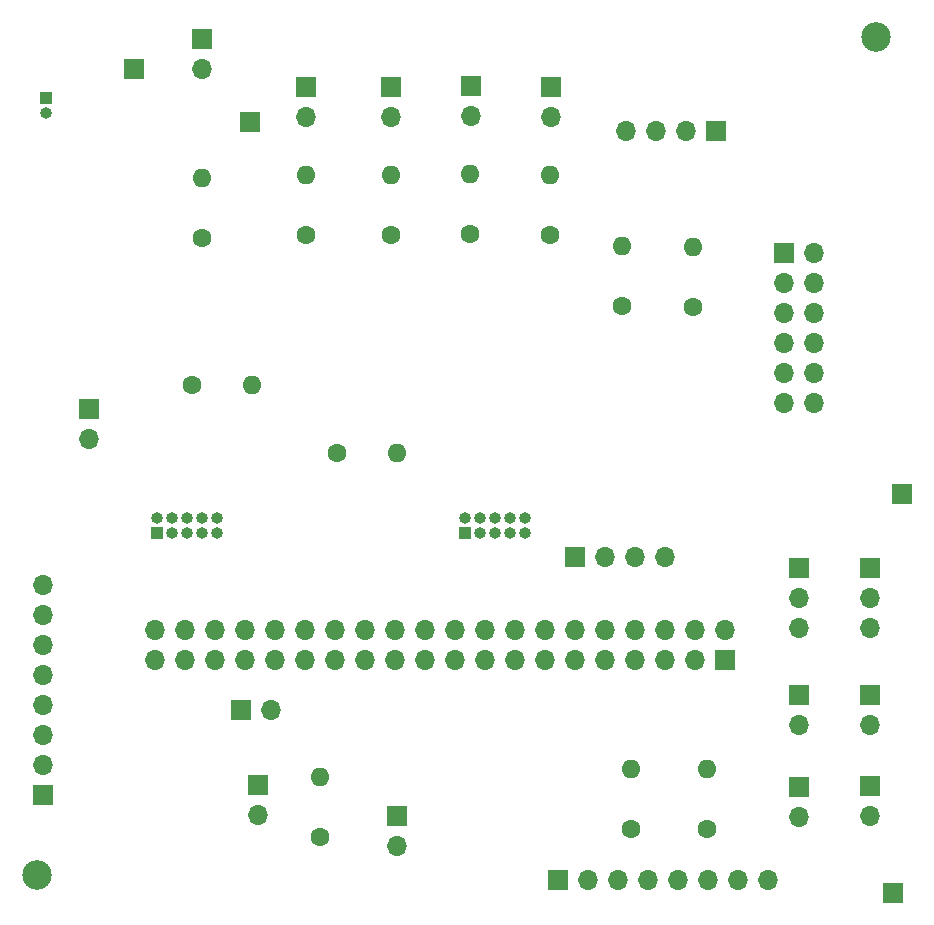
<source format=gbr>
%TF.GenerationSoftware,KiCad,Pcbnew,8.0.8*%
%TF.CreationDate,2025-03-27T14:30:52-04:00*%
%TF.ProjectId,GRIT_main_pcb,47524954-5f6d-4616-996e-5f7063622e6b,rev?*%
%TF.SameCoordinates,Original*%
%TF.FileFunction,Soldermask,Top*%
%TF.FilePolarity,Negative*%
%FSLAX46Y46*%
G04 Gerber Fmt 4.6, Leading zero omitted, Abs format (unit mm)*
G04 Created by KiCad (PCBNEW 8.0.8) date 2025-03-27 14:30:52*
%MOMM*%
%LPD*%
G01*
G04 APERTURE LIST*
%ADD10C,2.500000*%
%ADD11R,1.700000X1.700000*%
%ADD12O,1.600000X1.600000*%
%ADD13C,1.600000*%
%ADD14O,1.700000X1.700000*%
%ADD15O,1.000000X1.000000*%
%ADD16R,1.000000X1.000000*%
G04 APERTURE END LIST*
D10*
%TO.C,REF\u002A\u002A*%
X16500000Y-87500000D03*
%TD*%
%TO.C,REF\u002A\u002A*%
X87500000Y-16500000D03*
%TD*%
D11*
%TO.C,LED-*%
X89000000Y-89000000D03*
%TD*%
%TO.C,LED+*%
X89750000Y-55250000D03*
%TD*%
D12*
%TO.C,10k*%
X40500000Y-79170000D03*
D13*
X40500000Y-84250000D03*
%TD*%
D11*
%TO.C,LCD*%
X74000000Y-24500000D03*
D14*
X71460000Y-24500000D03*
X68920000Y-24500000D03*
X66380000Y-24500000D03*
%TD*%
D15*
%TO.C,EncR*%
X57790000Y-57230000D03*
X57790000Y-58500000D03*
X56520000Y-57230000D03*
X56520000Y-58500000D03*
X55250000Y-57230000D03*
X55250000Y-58500000D03*
X53980000Y-57230000D03*
X53980000Y-58500000D03*
X52710000Y-57230000D03*
D16*
X52710000Y-58500000D03*
%TD*%
D11*
%TO.C,MOS1*%
X81000000Y-61500000D03*
D14*
X81000000Y-64040000D03*
X81000000Y-66580000D03*
%TD*%
D11*
%TO.C,LED4*%
X81000000Y-80025000D03*
D14*
X81000000Y-82565000D03*
%TD*%
D11*
%TO.C,LED3*%
X81000000Y-72250000D03*
D14*
X81000000Y-74790000D03*
%TD*%
D11*
%TO.C,LED1*%
X87000000Y-79950000D03*
D14*
X87000000Y-82490000D03*
%TD*%
D11*
%TO.C,LED1*%
X87000000Y-72225000D03*
D14*
X87000000Y-74765000D03*
%TD*%
D11*
%TO.C,Rel2*%
X34500000Y-23725000D03*
%TD*%
D14*
%TO.C,EStop*%
X30500000Y-19240000D03*
D11*
X30500000Y-16700000D03*
%TD*%
D13*
%TO.C,10k*%
X30450000Y-33515000D03*
D12*
X30450000Y-28435000D03*
%TD*%
D11*
%TO.C,Rel1*%
X24750000Y-19225000D03*
%TD*%
D13*
%TO.C,10k*%
X39250000Y-33305000D03*
D12*
X39250000Y-28225000D03*
%TD*%
D14*
%TO.C,On*%
X39300000Y-23305000D03*
D11*
X39300000Y-20765000D03*
%TD*%
D14*
%TO.C,Limit Switch*%
X35250000Y-82435000D03*
D11*
X35250000Y-79895000D03*
%TD*%
D13*
%TO.C,10k*%
X46450000Y-33290000D03*
D12*
X46450000Y-28210000D03*
%TD*%
%TO.C,10k*%
X53200000Y-28170000D03*
D13*
X53200000Y-33250000D03*
%TD*%
%TO.C,10k*%
X59950000Y-33290000D03*
D12*
X59950000Y-28210000D03*
%TD*%
D11*
%TO.C,PB 3*%
X60000000Y-20750000D03*
D14*
X60000000Y-23290000D03*
%TD*%
D11*
%TO.C,PB 2*%
X53250000Y-20710000D03*
D14*
X53250000Y-23250000D03*
%TD*%
%TO.C,PB 1*%
X46500000Y-23290000D03*
D11*
X46500000Y-20750000D03*
%TD*%
D13*
%TO.C,4.7k*%
X66750000Y-83580000D03*
D12*
X66750000Y-78500000D03*
%TD*%
D14*
%TO.C,Raspberry Pi*%
X26520000Y-66750000D03*
X26520000Y-69290000D03*
X29060000Y-66750000D03*
X29060000Y-69290000D03*
X31600000Y-66750000D03*
X31600000Y-69290000D03*
X34140000Y-66750000D03*
X34140000Y-69290000D03*
X36680000Y-66750000D03*
X36680000Y-69290000D03*
X39220000Y-66750000D03*
X39220000Y-69290000D03*
X41760000Y-66750000D03*
X41760000Y-69290000D03*
X44300000Y-66750000D03*
X44300000Y-69290000D03*
X46840000Y-66750000D03*
X46840000Y-69290000D03*
X49380000Y-66750000D03*
X49380000Y-69290000D03*
X51920000Y-66750000D03*
X51920000Y-69290000D03*
X54460000Y-66750000D03*
X54460000Y-69290000D03*
X57000000Y-66750000D03*
X57000000Y-69290000D03*
X59540000Y-66750000D03*
X59540000Y-69290000D03*
X62080000Y-66750000D03*
X62080000Y-69290000D03*
X64620000Y-66750000D03*
X64620000Y-69290000D03*
X67160000Y-66750000D03*
X67160000Y-69290000D03*
X69700000Y-66750000D03*
X69700000Y-69290000D03*
X72240000Y-66750000D03*
X72240000Y-69290000D03*
X74780000Y-66750000D03*
D11*
X74780000Y-69290000D03*
%TD*%
D13*
%TO.C,4.7k*%
X41920000Y-51750000D03*
D12*
X47000000Y-51750000D03*
%TD*%
D11*
%TO.C,PowMOS2*%
X47000000Y-82500000D03*
D14*
X47000000Y-85040000D03*
%TD*%
%TO.C,Dual Motor Driver*%
X82250000Y-47540000D03*
X79710000Y-47540000D03*
X82250000Y-45000000D03*
X79710000Y-45000000D03*
X82250000Y-42460000D03*
X79710000Y-42460000D03*
X82250000Y-39920000D03*
X79710000Y-39920000D03*
X82250000Y-37380000D03*
X79710000Y-37380000D03*
X82250000Y-34840000D03*
D11*
X79710000Y-34840000D03*
%TD*%
D14*
%TO.C,IMU*%
X17000000Y-62970000D03*
X17000000Y-65510000D03*
X17000000Y-68050000D03*
X17000000Y-70590000D03*
X17000000Y-73130000D03*
X17000000Y-75670000D03*
X17000000Y-78210000D03*
D11*
X17000000Y-80750000D03*
%TD*%
D13*
%TO.C,4.7k*%
X73250000Y-83580000D03*
D12*
X73250000Y-78500000D03*
%TD*%
D15*
%TO.C,Cooling Fan*%
X17300000Y-23000000D03*
D16*
X17300000Y-21730000D03*
%TD*%
D12*
%TO.C,4.7k*%
X72075000Y-34315000D03*
D13*
X72075000Y-39395000D03*
%TD*%
%TO.C,4.7k*%
X29595000Y-46000000D03*
D12*
X34675000Y-46000000D03*
%TD*%
D14*
%TO.C,BMS*%
X78370000Y-87935000D03*
X75830000Y-87935000D03*
X73290000Y-87935000D03*
X70750000Y-87935000D03*
X68210000Y-87935000D03*
X65670000Y-87935000D03*
X63130000Y-87935000D03*
D11*
X60590000Y-87935000D03*
%TD*%
%TO.C,GPS*%
X62010000Y-60540000D03*
D14*
X64550000Y-60540000D03*
X67090000Y-60540000D03*
X69630000Y-60540000D03*
%TD*%
D12*
%TO.C,4.7k*%
X66000000Y-34235000D03*
D13*
X66000000Y-39315000D03*
%TD*%
D11*
%TO.C,Pico*%
X20895000Y-48000000D03*
D14*
X20895000Y-50540000D03*
%TD*%
D11*
%TO.C,PowMOS1*%
X33750000Y-73500000D03*
D14*
X36290000Y-73500000D03*
%TD*%
%TO.C,MOS2*%
X87000000Y-66580000D03*
X87000000Y-64040000D03*
D11*
X87000000Y-61500000D03*
%TD*%
D15*
%TO.C,EncL*%
X31750000Y-57230000D03*
X31750000Y-58500000D03*
X30480000Y-57230000D03*
X30480000Y-58500000D03*
X29210000Y-57230000D03*
X29210000Y-58500000D03*
X27940000Y-57230000D03*
X27940000Y-58500000D03*
X26670000Y-57230000D03*
D16*
X26670000Y-58500000D03*
%TD*%
M02*

</source>
